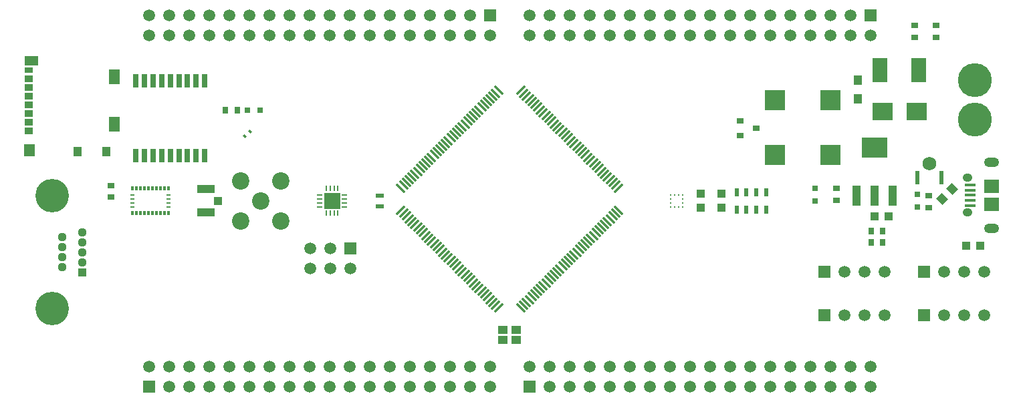
<source format=gbr>
%TF.GenerationSoftware,Altium Limited,Altium Designer,22.1.2 (22)*%
G04 Layer_Color=255*
%FSLAX45Y45*%
%MOMM*%
%TF.SameCoordinates,69A41402-0A08-4178-9E70-C708664AA264*%
%TF.FilePolarity,Positive*%
%TF.FileFunction,Pads,Top*%
%TF.Part,Single*%
G01*
G75*
%TA.AperFunction,SMDPad,CuDef*%
%ADD10R,1.10000X1.00000*%
G04:AMPARAMS|DCode=11|XSize=0.3mm|YSize=1.5mm|CornerRadius=0mm|HoleSize=0mm|Usage=FLASHONLY|Rotation=45.000|XOffset=0mm|YOffset=0mm|HoleType=Round|Shape=Rectangle|*
%AMROTATEDRECTD11*
4,1,4,0.42426,-0.63640,-0.63640,0.42426,-0.42426,0.63640,0.63640,-0.42426,0.42426,-0.63640,0.0*
%
%ADD11ROTATEDRECTD11*%

%ADD12R,1.35000X1.90000*%
%ADD13R,1.00000X1.20000*%
%ADD14R,1.35000X1.55000*%
%ADD15R,1.10000X0.85000*%
%ADD16R,1.10000X0.75000*%
%ADD17R,1.80000X1.17000*%
%ADD18R,0.27500X0.25000*%
%ADD19R,0.25000X0.27500*%
%ADD20R,0.90000X0.70000*%
%TA.AperFunction,SMDPad,SMDef*%
%ADD21R,0.35000X0.47500*%
%ADD22R,0.47500X0.25000*%
%TA.AperFunction,SMDPad,CuDef*%
%ADD23R,2.50000X2.30000*%
%ADD24R,0.58000X1.73000*%
%ADD25C,1.73970*%
%ADD26R,1.00000X1.10000*%
%TA.AperFunction,ConnectorPad*%
%ADD27R,1.90000X1.80000*%
%ADD28R,1.35000X0.40000*%
%TA.AperFunction,SMDPad,CuDef*%
%ADD29R,0.80000X0.80000*%
G04:AMPARAMS|DCode=30|XSize=0.325mm|YSize=0.4mm|CornerRadius=0mm|HoleSize=0mm|Usage=FLASHONLY|Rotation=45.000|XOffset=0mm|YOffset=0mm|HoleType=Round|Shape=Rectangle|*
%AMROTATEDRECTD30*
4,1,4,0.02652,-0.25633,-0.25633,0.02652,-0.02652,0.25633,0.25633,-0.02652,0.02652,-0.25633,0.0*
%
%ADD30ROTATEDRECTD30*%

%ADD31R,0.90000X0.80000*%
%ADD32R,2.50000X2.50000*%
G04:AMPARAMS|DCode=33|XSize=0.3mm|YSize=1.5mm|CornerRadius=0mm|HoleSize=0mm|Usage=FLASHONLY|Rotation=315.000|XOffset=0mm|YOffset=0mm|HoleType=Round|Shape=Rectangle|*
%AMROTATEDRECTD33*
4,1,4,-0.63640,-0.42426,0.42426,0.63640,0.63640,0.42426,-0.42426,-0.63640,-0.63640,-0.42426,0.0*
%
%ADD33ROTATEDRECTD33*%

%ADD34R,2.00000X2.00000*%
%ADD35R,1.20000X1.00000*%
G04:AMPARAMS|DCode=36|XSize=1mm|YSize=1.1mm|CornerRadius=0mm|HoleSize=0mm|Usage=FLASHONLY|Rotation=45.000|XOffset=0mm|YOffset=0mm|HoleType=Round|Shape=Rectangle|*
%AMROTATEDRECTD36*
4,1,4,0.03535,-0.74246,-0.74246,0.03535,-0.03535,0.74246,0.74246,-0.03535,0.03535,-0.74246,0.0*
%
%ADD36ROTATEDRECTD36*%

%ADD37R,0.60000X1.10000*%
%ADD38R,1.95580X3.14960*%
%ADD39R,1.00000X1.15000*%
%ADD40R,0.65000X0.25000*%
%ADD41R,0.25000X0.65000*%
%ADD42R,0.70000X0.90000*%
%ADD43R,1.00000X2.50000*%
%ADD44R,3.30000X2.50000*%
%ADD45R,1.05000X1.00000*%
%ADD46R,2.20000X1.05000*%
%TA.AperFunction,SMDPad,SMDef*%
%ADD47R,0.70000X1.80000*%
%ADD48R,0.80000X1.80000*%
%TA.AperFunction,SMDPad,CuDef*%
%ADD49R,0.80000X0.80000*%
%ADD50R,1.10000X0.60000*%
%TA.AperFunction,ComponentPad*%
%ADD58C,1.50000*%
%ADD59R,1.50000X1.50000*%
%ADD60C,4.24000*%
%ADD61R,1.12000X1.12000*%
%ADD62C,1.12000*%
%ADD63O,1.90000X1.20000*%
%ADD64O,1.25000X1.05000*%
%ADD65C,4.30000*%
%ADD66C,2.20000*%
D10*
X8670000Y2410000D02*
D03*
Y2590000D02*
D03*
X8930000Y2410000D02*
D03*
Y2590000D02*
D03*
D11*
X6532264Y1283709D02*
D03*
X6602974Y1354420D02*
D03*
X6638330Y1389775D02*
D03*
X6673685Y1425130D02*
D03*
X6709040Y1460486D02*
D03*
X7628277Y2379723D02*
D03*
X7592922Y2344367D02*
D03*
X7557567Y2309012D02*
D03*
X7522212Y2273657D02*
D03*
X7486856Y2238302D02*
D03*
X7451501Y2202946D02*
D03*
X7416146Y2167591D02*
D03*
X7380790Y2132236D02*
D03*
X7345435Y2096880D02*
D03*
X7310080Y2061525D02*
D03*
X7274725Y2026170D02*
D03*
X7239370Y1990815D02*
D03*
X7204014Y1955459D02*
D03*
X7168659Y1920104D02*
D03*
X7133303Y1884749D02*
D03*
X7097948Y1849394D02*
D03*
X7062593Y1814038D02*
D03*
X7027238Y1778683D02*
D03*
X6991882Y1743328D02*
D03*
X6956527Y1707973D02*
D03*
X6921172Y1672617D02*
D03*
X6885817Y1637262D02*
D03*
X6850461Y1601907D02*
D03*
X6815106Y1566552D02*
D03*
X6779751Y1531196D02*
D03*
X6744395Y1495841D02*
D03*
X6567619Y1319065D02*
D03*
X6496909Y1248354D02*
D03*
X6461553Y1212999D02*
D03*
X6426198Y1177644D02*
D03*
X6390843Y1142288D02*
D03*
X4870566Y2662566D02*
D03*
X4905921Y2697921D02*
D03*
X4941276Y2733276D02*
D03*
X4976631Y2768631D02*
D03*
X5011987Y2803987D02*
D03*
X5047342Y2839342D02*
D03*
X5082697Y2874697D02*
D03*
X5118053Y2910052D02*
D03*
X5153408Y2945408D02*
D03*
X5188763Y2980763D02*
D03*
X5224118Y3016118D02*
D03*
X5259474Y3051473D02*
D03*
X5294829Y3086829D02*
D03*
X5330184Y3122184D02*
D03*
X5365539Y3157539D02*
D03*
X5400894Y3192895D02*
D03*
X5436250Y3228250D02*
D03*
X5471605Y3263605D02*
D03*
X5506960Y3298960D02*
D03*
X5542316Y3334316D02*
D03*
X5577671Y3369671D02*
D03*
X5613026Y3405026D02*
D03*
X5648381Y3440381D02*
D03*
X5683737Y3475737D02*
D03*
X5719092Y3511092D02*
D03*
X5754447Y3546447D02*
D03*
X5789802Y3581803D02*
D03*
X5825158Y3617158D02*
D03*
X5860513Y3652513D02*
D03*
X5895868Y3687868D02*
D03*
X5931224Y3723224D02*
D03*
X5966579Y3758579D02*
D03*
X6001934Y3793934D02*
D03*
X6037289Y3829290D02*
D03*
X6072645Y3864645D02*
D03*
X6108000Y3900000D02*
D03*
D12*
X1241250Y4072250D02*
D03*
X1241251Y3475250D02*
D03*
D13*
X773750Y3125250D02*
D03*
X1143750Y3125250D02*
D03*
D14*
X171250Y3142750D02*
D03*
D15*
X158750Y3388750D02*
D03*
X158751Y3498750D02*
D03*
X158750Y3608750D02*
D03*
X158751Y3718750D02*
D03*
X158750Y3828750D02*
D03*
X158751Y3938750D02*
D03*
X158750Y4048750D02*
D03*
D16*
Y4153750D02*
D03*
D17*
X193750Y4274750D02*
D03*
D18*
X8283750Y2575000D02*
D03*
Y2525000D02*
D03*
Y2475000D02*
D03*
Y2425000D02*
D03*
X8436250D02*
D03*
Y2475000D02*
D03*
Y2525000D02*
D03*
Y2575000D02*
D03*
D19*
X8335000Y2423750D02*
D03*
X8385000D02*
D03*
Y2576250D02*
D03*
X8335000D02*
D03*
D20*
X1200000Y2695000D02*
D03*
Y2545000D02*
D03*
X10390000Y2655000D02*
D03*
Y2505000D02*
D03*
X11650000Y4725000D02*
D03*
Y4575000D02*
D03*
X11380000Y4575000D02*
D03*
Y4725000D02*
D03*
X11557000Y2414200D02*
D03*
Y2564200D02*
D03*
D21*
X1475000Y2343750D02*
D03*
X1525000D02*
D03*
X1575000D02*
D03*
X1625000D02*
D03*
X1675000D02*
D03*
X1725000D02*
D03*
X1775000D02*
D03*
X1825000D02*
D03*
X1875000D02*
D03*
X1925000D02*
D03*
Y2656250D02*
D03*
X1875000D02*
D03*
X1825000D02*
D03*
X1775000D02*
D03*
X1725000D02*
D03*
X1675000D02*
D03*
X1625000D02*
D03*
X1575000D02*
D03*
X1525000D02*
D03*
X1475000D02*
D03*
D22*
X1468750Y2575000D02*
D03*
Y2525000D02*
D03*
Y2475000D02*
D03*
Y2425000D02*
D03*
X1931250D02*
D03*
Y2475000D02*
D03*
Y2525000D02*
D03*
Y2575000D02*
D03*
D23*
X11399074Y3635000D02*
D03*
X10969074D02*
D03*
D24*
X11413351Y2791903D02*
D03*
X11713350D02*
D03*
D25*
X11563351Y2970000D02*
D03*
D26*
X10870000Y2300000D02*
D03*
X11050000D02*
D03*
X12025800Y1932075D02*
D03*
X12205800D02*
D03*
D27*
X12350000Y2687500D02*
D03*
Y2457500D02*
D03*
D28*
X12082500Y2442500D02*
D03*
X12082500Y2507500D02*
D03*
X12082500Y2702501D02*
D03*
Y2572500D02*
D03*
Y2637500D02*
D03*
D29*
X10119215Y2500000D02*
D03*
Y2660000D02*
D03*
X11413351Y2580000D02*
D03*
Y2420000D02*
D03*
D30*
X2960000Y3380000D02*
D03*
X2898128Y3318128D02*
D03*
D31*
X9370000Y3420000D02*
D03*
X9170000Y3325000D02*
D03*
Y3515000D02*
D03*
D32*
X10310000Y3080000D02*
D03*
Y3780000D02*
D03*
X9610000Y3080000D02*
D03*
Y3780000D02*
D03*
D33*
X6390843Y3900000D02*
D03*
X6426198Y3864645D02*
D03*
X6461553Y3829290D02*
D03*
X6496909Y3793934D02*
D03*
X6532264Y3758579D02*
D03*
X6567619Y3723224D02*
D03*
X6602974Y3687868D02*
D03*
X6638330Y3652513D02*
D03*
X6673685Y3617158D02*
D03*
X6709040Y3581803D02*
D03*
X6744395Y3546447D02*
D03*
X6779751Y3511092D02*
D03*
X6815106Y3475737D02*
D03*
X6850461Y3440381D02*
D03*
X6885817Y3405026D02*
D03*
X6921172Y3369671D02*
D03*
X6956527Y3334316D02*
D03*
X6991882Y3298961D02*
D03*
X7027238Y3263605D02*
D03*
X7062593Y3228250D02*
D03*
X7097948Y3192895D02*
D03*
X7133304Y3157540D02*
D03*
X7168659Y3122184D02*
D03*
X7204014Y3086829D02*
D03*
X7239370Y3051473D02*
D03*
X7274725Y3016118D02*
D03*
X7310080Y2980763D02*
D03*
X7345435Y2945408D02*
D03*
X7380790Y2910052D02*
D03*
X7416146Y2874697D02*
D03*
X7451501Y2839342D02*
D03*
X7486856Y2803987D02*
D03*
X7522212Y2768631D02*
D03*
X7557567Y2733276D02*
D03*
X7592922Y2697921D02*
D03*
X7628277Y2662566D02*
D03*
X6108000Y1142289D02*
D03*
X6072645Y1177644D02*
D03*
X6037289Y1212999D02*
D03*
X6001934Y1248354D02*
D03*
X5966579Y1283709D02*
D03*
X5931224Y1319065D02*
D03*
X5895868Y1354420D02*
D03*
X5860513Y1389775D02*
D03*
X5825158Y1425130D02*
D03*
X5789802Y1460486D02*
D03*
X5754447Y1495841D02*
D03*
X5719092Y1531196D02*
D03*
X5683737Y1566552D02*
D03*
X5648381Y1601907D02*
D03*
X5613026Y1637262D02*
D03*
X5577671Y1672617D02*
D03*
X5542316Y1707973D02*
D03*
X5506961Y1743328D02*
D03*
X5471605Y1778683D02*
D03*
X5436250Y1814038D02*
D03*
X5400894Y1849394D02*
D03*
X5365539Y1884749D02*
D03*
X5330184Y1920104D02*
D03*
X5294829Y1955459D02*
D03*
X5259474Y1990815D02*
D03*
X5224118Y2026170D02*
D03*
X5188763Y2061525D02*
D03*
X5153408Y2096880D02*
D03*
X5118053Y2132236D02*
D03*
X5082697Y2167591D02*
D03*
X5047342Y2202946D02*
D03*
X5011987Y2238302D02*
D03*
X4976631Y2273657D02*
D03*
X4941276Y2309012D02*
D03*
X4905921Y2344367D02*
D03*
X4870566Y2379723D02*
D03*
D34*
X4000000Y2500000D02*
D03*
D35*
X6165000Y735000D02*
D03*
X6335000D02*
D03*
Y865000D02*
D03*
X6165000D02*
D03*
D36*
X11726361Y2526360D02*
D03*
X11853640Y2653640D02*
D03*
D37*
X9122500Y2610000D02*
D03*
X9247500D02*
D03*
X9372500D02*
D03*
X9497500D02*
D03*
Y2390000D02*
D03*
X9372500D02*
D03*
X9247500D02*
D03*
X9122500D02*
D03*
D38*
X10939890Y4160000D02*
D03*
X11430110D02*
D03*
D39*
X10660000Y4027499D02*
D03*
Y3792500D02*
D03*
D40*
X3845000Y2575000D02*
D03*
Y2525000D02*
D03*
Y2475000D02*
D03*
Y2425000D02*
D03*
X4155000D02*
D03*
Y2475000D02*
D03*
Y2525000D02*
D03*
Y2575000D02*
D03*
D41*
X3925000Y2345000D02*
D03*
X3975000D02*
D03*
X4025000D02*
D03*
X4075000D02*
D03*
Y2655000D02*
D03*
X4025000D02*
D03*
X3975000D02*
D03*
X3925000D02*
D03*
D42*
X10825000Y1970000D02*
D03*
X10975000D02*
D03*
X10825000Y2120000D02*
D03*
X10975000D02*
D03*
X2802075Y3650000D02*
D03*
X2652075D02*
D03*
D43*
X10637925Y2565000D02*
D03*
X10867925Y2565000D02*
D03*
X11097925Y2565000D02*
D03*
D44*
X10867925Y3175000D02*
D03*
D45*
X2552500Y2500000D02*
D03*
D46*
X2400000Y2352500D02*
D03*
Y2647500D02*
D03*
D47*
X2390000Y3071925D02*
D03*
X1510000D02*
D03*
Y4021925D02*
D03*
X2390000D02*
D03*
D48*
X2279999Y3071925D02*
D03*
X2170000D02*
D03*
X2060000D02*
D03*
X1950000D02*
D03*
X1839999D02*
D03*
X1730000D02*
D03*
X1620000D02*
D03*
X1620000Y4021926D02*
D03*
X1730000Y4021925D02*
D03*
X1840000Y4021926D02*
D03*
X1950000Y4021925D02*
D03*
X2059999Y4021926D02*
D03*
X2170000Y4021925D02*
D03*
X2280000Y4021926D02*
D03*
D49*
X3090000Y3650000D02*
D03*
X2930000D02*
D03*
D50*
X4600000Y2570000D02*
D03*
Y2430000D02*
D03*
D58*
X7008000Y146000D02*
D03*
X7262000D02*
D03*
X7262000Y400000D02*
D03*
X7516000Y146000D02*
D03*
X7516000Y400000D02*
D03*
X12258000Y1050000D02*
D03*
X12004000D02*
D03*
X11750000D02*
D03*
X12258000Y1600000D02*
D03*
X12004000D02*
D03*
X11750000D02*
D03*
X5492000Y146000D02*
D03*
X6500000Y400000D02*
D03*
X6754000Y146000D02*
D03*
Y400000D02*
D03*
X7008000D02*
D03*
X7770000Y146000D02*
D03*
Y400000D02*
D03*
X8024000Y146000D02*
D03*
X8024000Y400000D02*
D03*
X8278000Y146000D02*
D03*
Y400000D02*
D03*
X8532000Y146000D02*
D03*
Y400000D02*
D03*
X8786000Y146000D02*
D03*
Y400000D02*
D03*
X9040000Y146000D02*
D03*
Y400000D02*
D03*
X9294000Y146000D02*
D03*
X9294000Y400000D02*
D03*
X9548000Y146000D02*
D03*
X9548000Y400000D02*
D03*
X9802000Y146000D02*
D03*
Y400000D02*
D03*
X10056000Y146000D02*
D03*
Y400000D02*
D03*
X10310000Y146000D02*
D03*
X10310000Y400000D02*
D03*
X10564000Y146000D02*
D03*
Y400000D02*
D03*
X10818000Y146000D02*
D03*
Y400000D02*
D03*
X1682000D02*
D03*
X1936000Y146000D02*
D03*
Y400000D02*
D03*
X2190001Y146000D02*
D03*
X2190000Y400000D02*
D03*
X2444000Y146000D02*
D03*
X2444000Y400000D02*
D03*
X2698000Y146000D02*
D03*
X2698000Y400000D02*
D03*
X2952000Y146000D02*
D03*
Y400000D02*
D03*
X3206000Y146000D02*
D03*
X3206000Y400000D02*
D03*
X3460000Y146000D02*
D03*
X3460000Y400000D02*
D03*
X3714000Y146000D02*
D03*
Y400000D02*
D03*
X3968000Y146000D02*
D03*
Y400000D02*
D03*
X4222000Y146000D02*
D03*
Y400000D02*
D03*
X4476001Y146000D02*
D03*
X4476000Y400000D02*
D03*
X4730000Y146000D02*
D03*
X4730000Y400000D02*
D03*
X4984000Y146000D02*
D03*
Y400000D02*
D03*
X5238000Y146000D02*
D03*
Y400000D02*
D03*
X5492000D02*
D03*
X5746000Y146000D02*
D03*
X5746000Y400000D02*
D03*
X6000000Y146000D02*
D03*
X6000000Y400000D02*
D03*
X4229000Y1646000D02*
D03*
X3975000Y1900000D02*
D03*
Y1646000D02*
D03*
X3721000Y1900000D02*
D03*
Y1646000D02*
D03*
X11000000Y1600000D02*
D03*
X10746000D02*
D03*
X10492000D02*
D03*
X11000000Y1050000D02*
D03*
X10746000D02*
D03*
X10492000D02*
D03*
X6500000Y4596000D02*
D03*
X6500000Y4850000D02*
D03*
X6754000Y4596000D02*
D03*
Y4850000D02*
D03*
X7008000Y4596000D02*
D03*
X7008000Y4850000D02*
D03*
X7262000Y4596000D02*
D03*
Y4850000D02*
D03*
X7516000Y4596000D02*
D03*
Y4850000D02*
D03*
X7770000Y4596000D02*
D03*
X7770000Y4850000D02*
D03*
X8024000Y4596000D02*
D03*
X8024000Y4850000D02*
D03*
X8278000Y4596000D02*
D03*
Y4850000D02*
D03*
X8532000Y4596000D02*
D03*
Y4850000D02*
D03*
X8786000Y4596000D02*
D03*
X8786000Y4850000D02*
D03*
X9040000Y4596000D02*
D03*
Y4850000D02*
D03*
X9294000Y4596000D02*
D03*
X9294000Y4850000D02*
D03*
X9548000Y4596000D02*
D03*
Y4850000D02*
D03*
X9802000Y4596000D02*
D03*
X9802000Y4850000D02*
D03*
X10056000Y4596000D02*
D03*
X10056000Y4850000D02*
D03*
X10310000Y4596000D02*
D03*
Y4850000D02*
D03*
X10564000Y4596000D02*
D03*
Y4850000D02*
D03*
X10818000Y4596000D02*
D03*
X1682000D02*
D03*
Y4850000D02*
D03*
X1936000Y4596000D02*
D03*
X1936000Y4850000D02*
D03*
X2190000Y4596000D02*
D03*
Y4850000D02*
D03*
X2444000Y4596000D02*
D03*
Y4850000D02*
D03*
X2698000Y4596000D02*
D03*
Y4850000D02*
D03*
X2952000Y4596000D02*
D03*
X2952000Y4850000D02*
D03*
X3206000Y4596000D02*
D03*
X3206000Y4850000D02*
D03*
X3460000Y4596000D02*
D03*
Y4850000D02*
D03*
X3714000Y4596000D02*
D03*
Y4850000D02*
D03*
X3968000Y4596000D02*
D03*
Y4850000D02*
D03*
X4222000Y4596000D02*
D03*
X4222000Y4850000D02*
D03*
X4476000Y4596000D02*
D03*
Y4850000D02*
D03*
X4730000Y4596000D02*
D03*
Y4850000D02*
D03*
X4984000Y4596000D02*
D03*
Y4850000D02*
D03*
X5238000Y4596000D02*
D03*
Y4850000D02*
D03*
X5492000Y4596000D02*
D03*
X5492000Y4850000D02*
D03*
X5746000Y4596000D02*
D03*
Y4850000D02*
D03*
X6000000Y4596000D02*
D03*
D59*
X11496000Y1050000D02*
D03*
X11496000Y1600000D02*
D03*
X6500000Y146000D02*
D03*
X1682000D02*
D03*
X4229000Y1900000D02*
D03*
X10238000Y1600000D02*
D03*
Y1050000D02*
D03*
X10818000Y4850000D02*
D03*
X6000000D02*
D03*
D60*
X454500Y1132500D02*
D03*
Y2567500D02*
D03*
D61*
X835500Y1596000D02*
D03*
D62*
X835500Y1723000D02*
D03*
Y1850000D02*
D03*
Y1977000D02*
D03*
Y2104000D02*
D03*
X581500Y1659500D02*
D03*
X581500Y1786500D02*
D03*
Y1913500D02*
D03*
X581500Y2040500D02*
D03*
D63*
X12350000Y2155000D02*
D03*
Y2990000D02*
D03*
D64*
X12050000Y2795000D02*
D03*
X12050000Y2350000D02*
D03*
D65*
X12140000Y4030000D02*
D03*
Y3530000D02*
D03*
D66*
X3100008Y2500000D02*
D03*
X3354000Y2245992D02*
D03*
Y2753992D02*
D03*
X2846000D02*
D03*
Y2245992D02*
D03*
%TF.MD5,c26c79e69273853ace08d0e24afd53af*%
M02*

</source>
